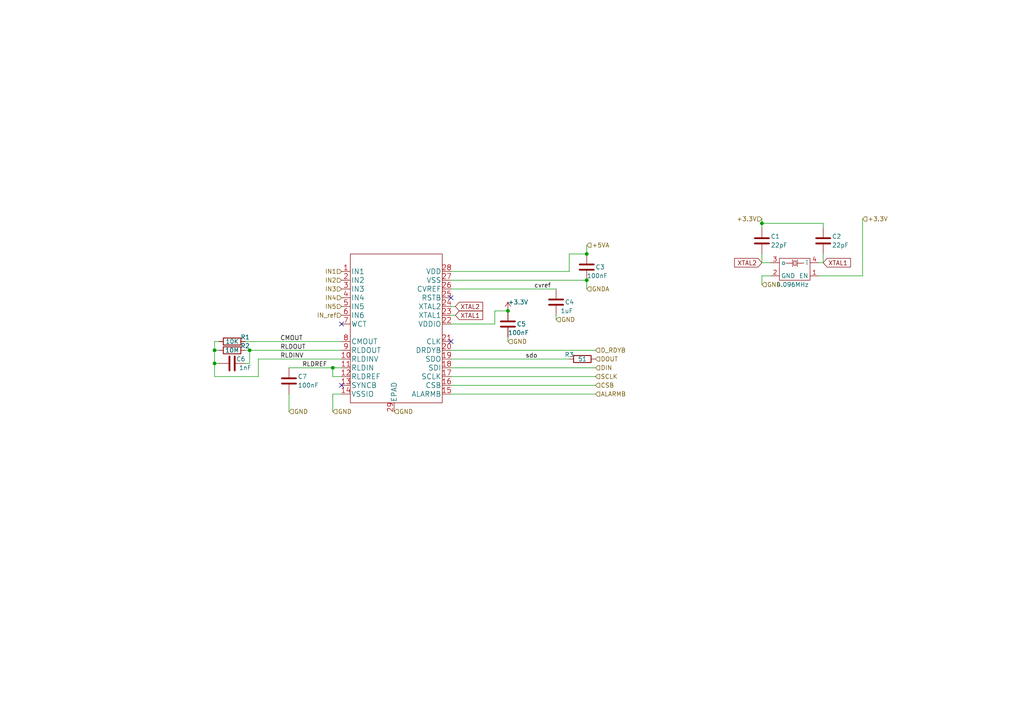
<source format=kicad_sch>
(kicad_sch (version 20230121) (generator eeschema)
  (paper "A4")
  (lib_symbols
    (symbol "Device:C" (pin_numbers hide) (pin_names (offset 0.254))
      (property "Reference" "C" (at 0.635 2.54 0))
      (property "Value" "C" (at 0.635 -2.54 0))
      (symbol "C_0_1"
        (polyline (pts (xy -2.032 -0.762) (xy 2.032 -0.762)) (stroke (width 0.508)))
        (polyline (pts (xy -2.032 0.762) (xy 2.032 0.762)) (stroke (width 0.508)))
      )
      (symbol "C_1_1"
        (pin passive line (at 0 3.81 270) (length 2.794) (name "~") (number "1"))
        (pin passive line (at 0 -3.81 90) (length 2.794) (name "~") (number "2"))
      )
    )
    (symbol "Device:R" (pin_numbers hide) (pin_names (offset 0))
      (property "Reference" "R" (at 2.032 0 90))
      (property "Value" "R" (at 0 0 90))
      (symbol "R_0_1"
        (rectangle (start -1.016 -2.54) (end 1.016 2.54) (stroke (width 0.254)))
      )
      (symbol "R_1_1"
        (pin passive line (at 0 3.81 270) (length 1.27) (name "~") (number "1"))
        (pin passive line (at 0 -3.81 90) (length 1.27) (name "~") (number "2"))
      )
    )
    (symbol "ads1293:ADS1293CISQE-NOPB" (pin_names (offset 0.254))
      (property "Reference" "U" (at 5.08 1.27 0))
      (property "Value" "ADS1293CISQE-NOPB" (at 16.51 -1.27 0))
      (symbol "ADS1293CISQE-NOPB_0_1"
        (rectangle (start 2.54 0) (end 29.21 -43.18))
      )
      (symbol "ADS1293CISQE-NOPB_1_1"
        (pin input line (at 0 -5.08 0) (length 2.54) (name "IN1") (number "1"))
        (pin input line (at 0 -30.48 0) (length 2.54) (name "RLDINV") (number "10"))
        (pin bidirectional line (at 0 -33.02 0) (length 2.54) (name "RLDIN") (number "11"))
        (pin output line (at 0 -35.56 0) (length 2.54) (name "RLDREF") (number "12"))
        (pin bidirectional line (at 0 -38.1 0) (length 2.54) (name "SYNCB") (number "13"))
        (pin power_in line (at 0 -40.64 0) (length 2.54) (name "VSSIO") (number "14"))
        (pin output line (at 31.75 -40.64 180) (length 2.54) (name "ALARMB") (number "15"))
        (pin input line (at 31.75 -38.1 180) (length 2.54) (name "CSB") (number "16"))
        (pin input line (at 31.75 -35.56 180) (length 2.54) (name "SCLK") (number "17"))
        (pin input line (at 31.75 -33.02 180) (length 2.54) (name "SDI") (number "18"))
        (pin output line (at 31.75 -30.48 180) (length 2.54) (name "SDO") (number "19"))
        (pin input line (at 0 -7.62 0) (length 2.54) (name "IN2") (number "2"))
        (pin output line (at 31.75 -27.94 180) (length 2.54) (name "DRDYB") (number "20"))
        (pin bidirectional line (at 31.75 -25.4 180) (length 2.54) (name "CLK") (number "21"))
        (pin power_in line (at 31.75 -20.32 180) (length 2.54) (name "VDDIO") (number "22"))
        (pin input line (at 31.75 -17.78 180) (length 2.54) (name "XTAL1") (number "23"))
        (pin input line (at 31.75 -15.24 180) (length 2.54) (name "XTAL2") (number "24"))
        (pin input line (at 31.75 -12.7 180) (length 2.54) (name "RSTB") (number "25"))
        (pin bidirectional line (at 31.75 -10.16 180) (length 2.54) (name "CVREF") (number "26"))
        (pin power_in line (at 31.75 -7.62 180) (length 2.54) (name "VSS") (number "27"))
        (pin power_in line (at 31.75 -5.08 180) (length 2.54) (name "VDD") (number "28"))
        (pin unspecified line (at 15.24 -45.72 90) (length 2.54) (name "EPAD") (number "29"))
        (pin input line (at 0 -10.16 0) (length 2.54) (name "IN3") (number "3"))
        (pin input line (at 0 -12.7 0) (length 2.54) (name "IN4") (number "4"))
        (pin input line (at 0 -15.24 0) (length 2.54) (name "IN5") (number "5"))
        (pin input line (at 0 -17.78 0) (length 2.54) (name "IN6") (number "6"))
        (pin output line (at 0 -20.32 0) (length 2.54) (name "WCT") (number "7"))
        (pin output line (at 0 -25.4 0) (length 2.54) (name "CMOUT") (number "8"))
        (pin output line (at 0 -27.94 0) (length 2.54) (name "RLDOUT") (number "9"))
      )
    )
    (symbol "custom:XTAL"
      (property "Reference" "XTAL" (at 3.81 2.54 0))
      (symbol "XTAL_0_1"
        (polyline (pts (xy 4.318 -3.683) (xy 6.223 -3.683)))
        (polyline (pts (xy 6.223 -2.667) (xy 6.223 -4.699)))
        (polyline (pts (xy 7.62 -3.683) (xy 9.525 -3.683)))
        (polyline (pts (xy 7.62 -2.667) (xy 7.62 -4.699)))
        (polyline (pts (xy 6.604 -4.318) (xy 6.604 -3.048) (xy 7.239 -3.048) (xy 7.239 -4.318) (xy 6.604 -4.318)))
        (rectangle (start 2.54 1.27) (end 11.43 -5.08))
      )
      (symbol "XTAL_1_1"
        (pin input line (at 0 0 0) (length 2.54) (name "EN") (number "1"))
        (pin power_in line (at 13.97 0 180) (length 2.54) (name "GND") (number "2"))
        (pin output line (at 13.97 -3.81 180) (length 2.54) (name "o") (number "3"))
        (pin power_in line (at 0 -3.81 0) (length 2.54) (name "i") (number "4"))
      )
    )
    (symbol "power:+3.3V" (power) (pin_names (offset 0))
      (property "Value" "+3.3V" (at 0 3.556 0))
      (symbol "+3.3V_0_1"
        (polyline (pts (xy -0.762 1.27) (xy 0 2.54)))
        (polyline (pts (xy 0 0) (xy 0 2.54)))
        (polyline (pts (xy 0 2.54) (xy 0.762 1.27)))
      )
      (symbol "+3.3V_1_1"
        (pin power_in line (at 0 0 90) (length 0) hide (name "+3.3V") (number "1"))
      )
    )
  )
  (junction (at 170.18 73.66))
  (junction (at 62.23 101.6))
  (junction (at 170.18 81.28))
  (junction (at 72.39 101.6))
  (junction (at 147.32 90.17))
  (junction (at 220.98 64.77))
  (junction (at 62.23 105.41))
  (junction (at 96.52 106.68))
  (no_connect (at 99.06 93.98))
  (no_connect (at 130.81 86.36))
  (no_connect (at 130.81 99.06))
  (no_connect (at 99.06 111.76))
  (wire (pts (xy 220.98 80.01) (xy 220.98 82.55)))
  (wire (pts (xy 220.98 76.2) (xy 223.52 76.2)))
  (wire (pts (xy 96.52 109.22) (xy 96.52 106.68)))
  (wire (pts (xy 99.06 109.22) (xy 96.52 109.22)))
  (wire (pts (xy 143.51 93.98) (xy 143.51 90.17)))
  (wire (pts (xy 63.5 99.06) (xy 62.23 99.06)))
  (wire (pts (xy 220.98 73.66) (xy 220.98 76.2)))
  (wire (pts (xy 96.52 106.68) (xy 99.06 106.68)))
  (wire (pts (xy 130.81 83.82) (xy 161.29 83.82)))
  (wire (pts (xy 220.98 64.77) (xy 220.98 66.04)))
  (wire (pts (xy 170.18 73.66) (xy 165.1 73.66)))
  (wire (pts (xy 130.81 109.22) (xy 172.72 109.22)))
  (wire (pts (xy 143.51 90.17) (xy 147.32 90.17)))
  (wire (pts (xy 72.39 101.6) (xy 99.06 101.6)))
  (wire (pts (xy 62.23 101.6) (xy 62.23 105.41)))
  (wire (pts (xy 237.49 80.01) (xy 250.19 80.01)))
  (wire (pts (xy 74.93 104.14) (xy 99.06 104.14)))
  (wire (pts (xy 170.18 81.28) (xy 170.18 83.82)))
  (wire (pts (xy 250.19 80.01) (xy 250.19 63.5)))
  (wire (pts (xy 71.12 101.6) (xy 72.39 101.6)))
  (wire (pts (xy 165.1 78.74) (xy 165.1 73.66)))
  (wire (pts (xy 130.81 111.76) (xy 172.72 111.76)))
  (wire (pts (xy 71.12 105.41) (xy 72.39 105.41)))
  (wire (pts (xy 130.81 106.68) (xy 172.72 106.68)))
  (wire (pts (xy 62.23 105.41) (xy 63.5 105.41)))
  (wire (pts (xy 62.23 109.22) (xy 62.23 105.41)))
  (wire (pts (xy 74.93 109.22) (xy 62.23 109.22)))
  (wire (pts (xy 96.52 114.3) (xy 96.52 119.38)))
  (wire (pts (xy 83.82 114.3) (xy 83.82 119.38)))
  (wire (pts (xy 238.76 66.04) (xy 238.76 64.77)))
  (wire (pts (xy 170.18 73.66) (xy 170.18 71.12)))
  (wire (pts (xy 72.39 101.6) (xy 72.39 105.41)))
  (wire (pts (xy 62.23 99.06) (xy 62.23 101.6)))
  (wire (pts (xy 237.49 76.2) (xy 238.76 76.2)))
  (wire (pts (xy 220.98 64.77) (xy 238.76 64.77)))
  (wire (pts (xy 74.93 104.14) (xy 74.93 109.22)))
  (wire (pts (xy 223.52 80.01) (xy 220.98 80.01)))
  (wire (pts (xy 238.76 76.2) (xy 238.76 73.66)))
  (wire (pts (xy 83.82 106.68) (xy 96.52 106.68)))
  (wire (pts (xy 130.81 104.14) (xy 165.1 104.14)))
  (wire (pts (xy 130.81 93.98) (xy 143.51 93.98)))
  (wire (pts (xy 130.81 91.44) (xy 132.08 91.44)))
  (wire (pts (xy 63.5 101.6) (xy 62.23 101.6)))
  (wire (pts (xy 130.81 78.74) (xy 165.1 78.74)))
  (wire (pts (xy 147.32 97.79) (xy 147.32 99.06)))
  (wire (pts (xy 99.06 114.3) (xy 96.52 114.3)))
  (wire (pts (xy 130.81 114.3) (xy 172.72 114.3)))
  (wire (pts (xy 130.81 81.28) (xy 170.18 81.28)))
  (wire (pts (xy 71.12 99.06) (xy 99.06 99.06)))
  (wire (pts (xy 220.98 63.5) (xy 220.98 64.77)))
  (wire (pts (xy 130.81 88.9) (xy 132.08 88.9)))
  (wire (pts (xy 161.29 91.44) (xy 161.29 92.71)))
  (wire (pts (xy 130.81 101.6) (xy 172.72 101.6)))
  (label "cvref" (at 154.94 83.82 0))
  (label "RLDINV" (at 81.28 104.14 0))
  (label "sdo" (at 152.4 104.14 0))
  (label "RLDREF" (at 87.63 106.68 0))
  (label "CMOUT" (at 81.28 99.06 0))
  (label "RLDOUT" (at 81.28 101.6 0))
  (global_label "XTAL1" (shape input) (at 132.08 91.44 0) (property "Intersheetrefs" "${INTERSHEET_REFS}" (effects hide)))
  (global_label "XTAL1" (shape input) (at 238.76 76.2 0) (property "Intersheetrefs" "${INTERSHEET_REFS}" (effects hide)))
  (global_label "XTAL2" (shape input) (at 132.08 88.9 0) (property "Intersheetrefs" "${INTERSHEET_REFS}" (effects hide)))
  (global_label "XTAL2" (shape input) (at 220.98 76.2 180) (property "Intersheetrefs" "${INTERSHEET_REFS}" (effects hide)))
  (hierarchical_label "GND" (shape input) (at 96.52 119.38 0))
  (hierarchical_label "IN5" (shape input) (at 99.06 88.9 180))
  (hierarchical_label "+3.3V" (shape input) (at 220.98 63.5 180))
  (hierarchical_label "CSB" (shape input) (at 172.72 111.76 0))
  (hierarchical_label "+5VA" (shape input) (at 170.18 71.12 0))
  (hierarchical_label "GND" (shape input) (at 220.98 82.55 0))
  (hierarchical_label "IN_ref" (shape input) (at 99.06 91.44 180))
  (hierarchical_label "IN2" (shape input) (at 99.06 81.28 180))
  (hierarchical_label "SCLK" (shape input) (at 172.72 109.22 0))
  (hierarchical_label "GND" (shape input) (at 147.32 99.06 0))
  (hierarchical_label "DIN" (shape input) (at 172.72 106.68 0))
  (hierarchical_label "IN1" (shape input) (at 99.06 78.74 180))
  (hierarchical_label "IN3" (shape input) (at 99.06 83.82 180))
  (hierarchical_label "GND" (shape input) (at 114.3 119.38 0))
  (hierarchical_label "+3.3V" (shape input) (at 250.19 63.5 0))
  (hierarchical_label "D_RDYB" (shape input) (at 172.72 101.6 0))
  (hierarchical_label "GND" (shape input) (at 83.82 119.38 0))
  (hierarchical_label "ALARMB" (shape input) (at 172.72 114.3 0))
  (hierarchical_label "IN4" (shape input) (at 99.06 86.36 180))
  (hierarchical_label "GNDA" (shape input) (at 170.18 83.82 0))
  (hierarchical_label "GND" (shape input) (at 161.29 92.71 0))
  (hierarchical_label "DOUT" (shape input) (at 172.72 104.14 0))
  (symbol (lib_id "Device:C") (at 67.31 105.41 90) (unit 1)
    (property "Reference" "C6" (at 69.85 104.14 90))
    (property "Value" "1nF" (at 71.12 106.68 90))
    (property "Footprint" "Capacitor_SMD:C_0402_1005Metric" (effects hide))
    (instances (project "ads1293_logic_add" (path "" (reference "C6") (unit 1))) (project "hc32l110" (path "" (reference "C4") (unit 1))))
  )
  (symbol (lib_id "Device:R") (at 67.31 101.6 90) (unit 1)
    (property "Reference" "R2" (at 71.12 100.33 90))
    (property "Value" "10M" (at 67.31 101.6 90))
    (property "Footprint" "Capacitor_SMD:C_0402_1005Metric" (effects hide))
  )
  (symbol (lib_id "Device:C") (at 238.76 69.85 0) (unit 1)
    (property "Reference" "C2" (at 241.3 68.58 0) (effects (justify left)))
    (property "Value" "22pF" (at 241.3 71.12 0) (effects (justify left)))
    (property "Footprint" "Capacitor_SMD:C_0402_1005Metric" (effects hide))
  )
  (symbol (lib_id "Device:C") (at 161.29 87.63 0) (unit 1)
    (property "Reference" "C4" (at 163.83 87.63 0) (effects (justify left)))
    (property "Value" "1uF" (at 162.56 90.17 0) (effects (justify left)))
    (property "Footprint" "Capacitor_SMD:C_0402_1005Metric" (effects hide))
    (instances (project "ads1293_logic_add" (path "" (reference "C4") (unit 1))) (project "hc32l110" (path "" (reference "C6") (unit 1))))
  )
  (symbol (lib_id "Device:C") (at 220.98 69.85 0) (unit 1)
    (property "Reference" "C1" (at 223.52 68.58 0) (effects (justify left)))
    (property "Value" "22pF" (at 223.52 71.12 0) (effects (justify left)))
    (property "Footprint" "Capacitor_SMD:C_0402_1005Metric" (effects hide))
  )
  (symbol (lib_id "Device:R") (at 168.91 104.14 90) (unit 1)
    (property "Reference" "R3" (at 165.1 102.87 90))
    (property "Value" "51" (at 168.91 104.14 90))
    (property "Footprint" "Capacitor_SMD:C_0402_1005Metric" (effects hide))
    (instances (project "ads1293_logic_add" (path "" (reference "R3") (unit 1))) (project "hc32l110" (path "" (reference "R4") (unit 1))))
  )
  (symbol (lib_id "Device:R") (at 67.31 99.06 90) (unit 1)
    (property "Reference" "R1" (at 71.12 97.79 90))
    (property "Value" "10K" (at 67.31 99.06 90))
    (property "Footprint" "Capacitor_SMD:C_0402_1005Metric" (effects hide))
  )
  (symbol (lib_id "power:+3.3V") (at 147.32 90.17 0) (unit 1)
    (property "Reference" "#PWR06" (effects hide))
    (property "Value" "+3.3V" (at 147.32 87.63 0) (effects (justify left)))
    (instances (project "ads1293_logic_add" (path "" (reference "#PWR06") (unit 1))) (project "hc32l110" (path "" (reference "#PWR0112") (unit 1))))
  )
  (symbol (lib_id "custom:XTAL") (at 237.49 80.01 180) (unit 1)
    (property "Reference" "XTAL1" (effects hide))
    (property "Value" "4.096MHz" (at 229.87 82.55 0))
    (property "Footprint" "00_Custom:SMD3225-4P" (effects hide))
  )
  (symbol (lib_id "Device:C") (at 83.82 110.49 0) (unit 1)
    (property "Reference" "C7" (at 86.36 109.22 0) (effects (justify left)))
    (property "Value" "100nF" (at 86.36 111.76 0) (effects (justify left)))
    (property "Footprint" "Capacitor_SMD:C_0402_1005Metric" (effects hide))
    (instances (project "ads1293_logic_add" (path "" (reference "C7") (unit 1))) (project "hc32l110" (path "" (reference "C3") (unit 1))))
  )
  (symbol (lib_id "Device:C") (at 170.18 77.47 0) (unit 1)
    (property "Reference" "C3" (at 172.72 77.47 0) (effects (justify left)))
    (property "Value" "100nF" (at 170.18 80.01 0) (effects (justify left)))
    (property "Footprint" "Capacitor_SMD:C_0402_1005Metric" (effects hide))
    (instances (project "ads1293_logic_add" (path "" (reference "C3") (unit 1))) (project "hc32l110" (path "" (reference "C5") (unit 1))))
  )
  (symbol (lib_id "ads1293:ADS1293CISQE-NOPB") (at 99.06 73.66 0) (unit 1)
    (property "Reference" "U1" (effects hide))
    (property "Value" "ADS1293CISQE-NOPB" (effects hide))
    (property "Footprint" "00_custom-footprints:ADS1293CISQE" (effects hide))
  )
  (symbol (lib_id "Device:C") (at 147.32 93.98 0) (unit 1)
    (property "Reference" "C5" (at 149.86 93.98 0) (effects (justify left)))
    (property "Value" "100nF" (at 147.32 96.52 0) (effects (justify left)))
    (property "Footprint" "Capacitor_SMD:C_0402_1005Metric" (effects hide))
    (instances (project "ads1293_logic_add" (path "" (reference "C5") (unit 1))) (project "hc32l110" (path "" (reference "C8") (unit 1))))
  )
)
</source>
